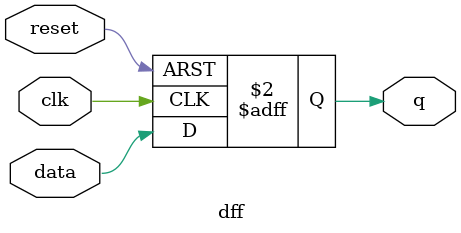
<source format=v>


module dff(
data  , q,
clk    , reset  );
input data, clk, reset ; 

output q;

reg q;

always @ ( posedge clk or posedge reset)
if (reset) begin
  q <= 1'b0;
end  else begin
  q <= data;
end

endmodule 
</source>
